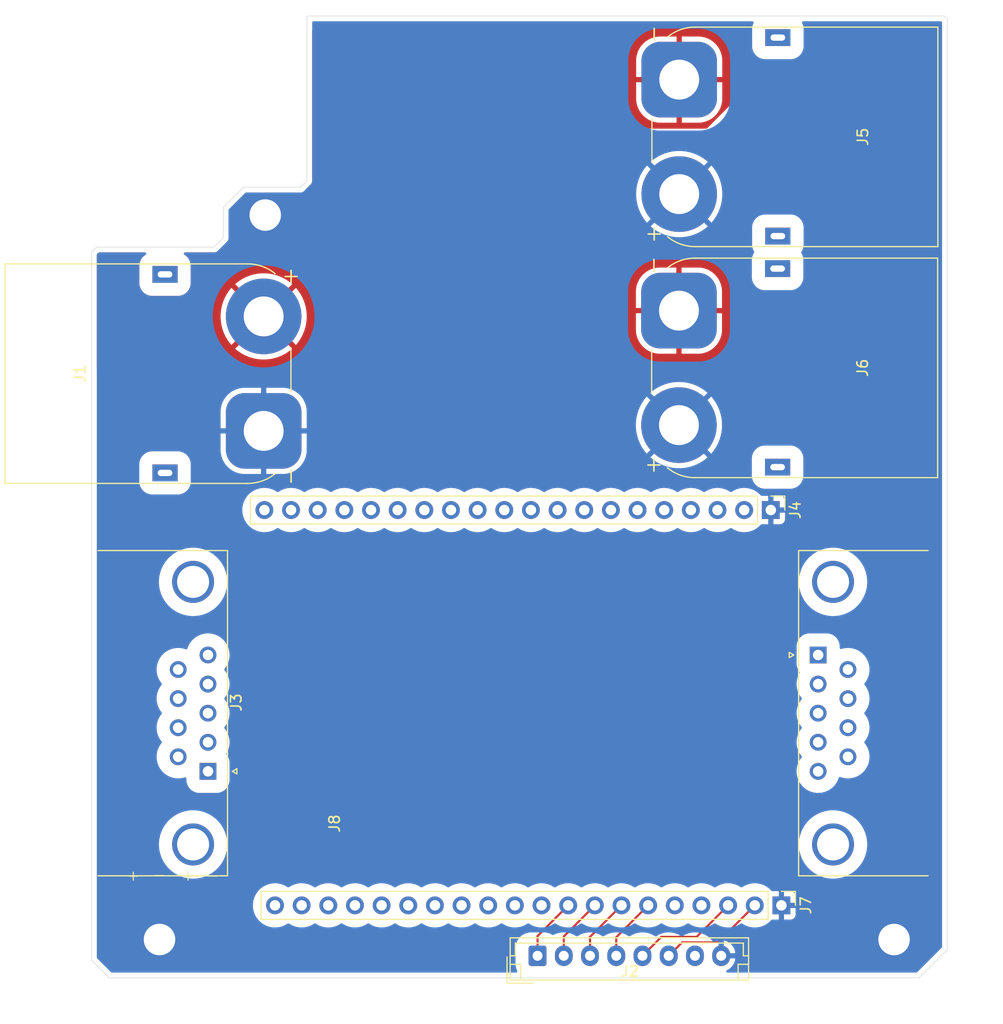
<source format=kicad_pcb>
(kicad_pcb (version 20241229) (generator "pcbnew") (generator_version "9.0")
  (layers (0 "F.Cu" signal) (2 "B.Cu" signal) (13 "F.Paste" user) (15 "B.Paste" user) (5 "F.SilkS" user "F.Silkscreen") (7 "B.SilkS" user "B.Silkscreen") (1 "F.Mask" user) (3 "B.Mask" user) (25 "Edge.Cuts" user))
  (net 0 "")
  (net 1 "GND")
  (net 2 "+24V")
  (net 3 "3V3")
  (net 4 "CAN_RX")
  (net 5 "CAN_TX")
  (net 6 "A3")
  (net 7 "A6")
  (net 8 "A9")
  (net 9 "A10")
  (net 10 "A8")
  (net 11 "A1")
  (net 12 "A7")
  (net 13 "CAN_A_H")
  (net 14 "A5")
  (net 15 "IO12")
  (net 16 "CAN_B_L")
  (net 17 "LED_DOUT")
  (net 18 "VIN")
  (net 19 "A2")
  (net 20 "UART1_TX")
  (net 21 "UART2_RX")
  (net 22 "UART0_TX")
  (net 23 "UART0_RX")
  (net 24 "A4")
  (net 25 "IO47")
  (net 26 "IO48")
  (net 27 "IO40")
  (net 28 "IO45")
  (net 29 "IO37")
  (net 30 "IO39")
  (net 31 "IO41")
  (net 32 "I2C_SDA")
  (net 33 "IO13")
  (net 34 "IO38")
  (net 35 "I2C_SCK")
  (net 36 "IO15")
  (net 37 "IO42")
  (net 38 "IO14")
  (net 39 "IO16")
  (net 40 "IO21")
  (net 41 "+5V")
  (net 42 "CAN_B_H")
  (net 43 "CAN_A_L")
  (footprint "Connector_PinHeader_2.54mm:PinHeader_1x20_P2.54mm_Vertical" (layer "F.Cu") (at 145.24 174.325 -90)
    (property "Reference" "J7" (at 0 -2.33 90) (layer "F.SilkS"))
    (property "Value" "Conn_01x20_Pin" (hide yes))
    (fp_line (start -1.33 49.59) (end 1.33 49.59) (stroke (width 0.12)) (layer "F.SilkS"))
    (fp_line (start -1.33 1.27) (end -1.33 49.59) (stroke (width 0.12)) (layer "F.SilkS"))
    (fp_line (start -1.33 1.27) (end 1.33 1.27) (stroke (width 0.12)) (layer "F.SilkS"))
    (fp_line (start 1.33 1.27) (end 1.33 49.59) (stroke (width 0.12)) (layer "F.SilkS"))
    (fp_line (start -1.33 0) (end -1.33 -1.33) (stroke (width 0.12)) (layer "F.SilkS"))
    (fp_line (start -1.33 -1.33) (end 0 -1.33) (stroke (width 0.12)) (layer "F.SilkS"))
    (pad "1" thru_hole rect (at 0 0 270) (size 1.7 1.7) (drill 1) (layers "*.Cu" "*.Mask") (net 1 "GND"))
    (pad "2" thru_hole oval (at 0 2.54 270) (size 1.7 1.7) (drill 1) (layers "*.Cu" "*.Mask") (net 35 "I2C_SCK"))
    (pad "3" thru_hole oval (at 0 5.08 270) (size 1.7 1.7) (drill 1) (layers "*.Cu" "*.Mask") (net 32 "I2C_SDA"))
    (pad "4" thru_hole oval (at 0 7.62 270) (size 1.7 1.7) (drill 1) (layers "*.Cu" "*.Mask") (net 5 "CAN_TX"))
    (pad "5" thru_hole oval (at 0 10.16 270) (size 1.7 1.7) (drill 1) (layers "*.Cu" "*.Mask") (net 4 "CAN_RX"))
    (pad "6" thru_hole oval (at 0 12.7 270) (size 1.7 1.7) (drill 1) (layers "*.Cu" "*.Mask") (net 36 "IO15"))
    (pad "7" thru_hole oval (at 0 15.24 270) (size 1.7 1.7) (drill 1) (layers "*.Cu" "*.Mask") (net 39 "IO16"))
    (pad "8" thru_hole oval (at 0 17.78 270) (size 1.7 1.7) (drill 1) (layers "*.Cu" "*.Mask") (net 37 "IO42"))
    (pad "9" thru_hole oval (at 0 20.32 270) (size 1.7 1.7) (drill 1) (layers "*.Cu" "*.Mask") (net 31 "IO41"))
    (pad "10" thru_hole oval (at 0 22.86 270) (size 1.7 1.7) (drill 1) (layers "*.Cu" "*.Mask") (net 27 "IO40"))
    (pad "11" thru_hole oval (at 0 25.4 270) (size 1.7 1.7) (drill 1) (layers "*.Cu" "*.Mask") (net 30 "IO39"))
    (pad "12" thru_hole oval (at 0 27.94 270) (size 1.7 1.7) (drill 1) (layers "*.Cu" "*.Mask") (net 34 "IO38"))
    (pad "13" thru_hole oval (at 0 30.48 270) (size 1.7 1.7) (drill 1) (layers "*.Cu" "*.Mask") (net 29 "IO37"))
    (pad "14" thru_hole oval (at 0 33.02 270) (size 1.7 1.7) (drill 1) (layers "*.Cu" "*.Mask") (net 28 "IO45"))
    (pad "15" thru_hole oval (at 0 35.56 270) (size 1.7 1.7) (drill 1) (layers "*.Cu" "*.Mask") (net 26 "IO48"))
    (pad "16" thru_hole oval (at 0 38.1 270) (size 1.7 1.7) (drill 1) (layers "*.Cu" "*.Mask") (net 25 "IO47"))
    (pad "17" thru_hole oval (at 0 40.64 270) (size 1.7 1.7) (drill 1) (layers "*.Cu" "*.Mask") (net 40 "IO21"))
    (pad "18" thru_hole oval (at 0 43.18 270) (size 1.7 1.7) (drill 1) (layers "*.Cu" "*.Mask") (net 38 "IO14"))
    (pad "19" thru_hole oval (at 0 45.72 270) (size 1.7 1.7) (drill 1) (layers "*.Cu" "*.Mask") (net 33 "IO13"))
    (pad "20" thru_hole oval (at 0 48.26 270) (size 1.7 1.7) (drill 1) (layers "*.Cu" "*.Mask") (net 3 "3V3"))
  )
  (footprint "Connector_AMASS:AMASS_XT90PW-M_1x02_P10.90mm_Horizontal" (layer "F.Cu") (at 135.5 95.705 -90)
    (property "Reference" "J5" (at 5.449999 -17.5 90) (layer "F.SilkS"))
    (property "Value" "Conn_01x02_Socket" (hide yes))
    (fp_line (start 3.7 2.6) (end 7.9 2.6) (stroke (width 0.12)) (layer "F.SilkS"))
    (fp_line (start -5 -24.65) (end -5 -1.522958) (stroke (width 0.12)) (layer "F.SilkS"))
    (fp_line (start -5 -24.65) (end 15.9 -24.65) (stroke (width 0.12)) (layer "F.SilkS"))
    (fp_line (start 15.9 -24.65) (end 15.9 -1.522958) (stroke (width 0.12)) (layer "F.SilkS"))
    (fp_arc (start -4.064641 1.1) (mid -4.759165 -0.130585) (end -5 -1.522958) (stroke (width 0.12)) (layer "F.SilkS"))
    (fp_arc (start 15.9 -1.522958) (mid 15.659164 -0.130586) (end 14.964641 1.1) (stroke (width 0.12)) (layer "F.SilkS"))
    (fp_text user "-" (at -4.3 2.5 90) (layer "F.SilkS") (effects (font (size 1.5 1.5))))
    (fp_text user "+" (at 14.7 2.5 90) (layer "F.SilkS") (effects (font (size 1.5 1.5))))
    (pad "1" thru_hole roundrect (at 0 0 270) (size 7.2 7.2) (drill 3.8) (layers "*.Cu" "*.Mask") (net 2 "+24V"))
    (pad "2" thru_hole circle (at 10.899998 0 270) (size 7.2 7.2) (drill 3.8) (layers "*.Cu" "*.Mask") (net 1 "GND"))
    (pad "MP" thru_hole rect (at -4 -9.4 270) (size 1.6 2.4) (drill oval 0.6 1.4) (layers "*.Cu" "*.Mask"))
    (pad "MP" thru_hole rect (at 14.9 -9.4 270) (size 1.6 2.4) (drill oval 0.6 1.4) (layers "*.Cu" "*.Mask"))
  )
  (footprint "THT:A-DF_09_A_KG-T2S" (layer "F.Cu") (at 148.739669 150.485 90)
    (property "Reference" "J8" (at -16.05 -46.084669 270) (layer "F.SilkS"))
    (property "Value" "DE9" (hide yes))
    (fp_line (start 0.25 -2.754338) (end 0 -2.321325) (stroke (width 0.12)) (layer "F.SilkS"))
    (fp_line (start -0.25 -2.754338) (end 0.25 -2.754338) (stroke (width 0.12)) (layer "F.SilkS"))
    (fp_line (start 0 -2.321325) (end -0.25 -2.754338) (stroke (width 0.12)) (layer "F.SilkS"))
    (fp_line (start 9.945 -1.86) (end 9.945 10.48) (stroke (width 0.12)) (layer "F.SilkS"))
    (fp_line (start -21.025 -1.86) (end 9.945 -1.86) (stroke (width 0.12)) (layer "F.SilkS"))
    (fp_line (start -21.025 10.48) (end -21.025 -1.86) (stroke (width 0.12)) (layer "F.SilkS"))
    (pad "0" thru_hole circle (at -18.04 1.42 90) (size 4 4) (drill 3.05) (layers "*.Cu" "*.Mask"))
    (pad "0" thru_hole circle (at 6.96 1.42 90) (size 4 4) (drill 3.05) (layers "*.Cu" "*.Mask"))
    (pad "1" thru_hole rect (at 0 0 90) (size 1.6 1.6) (drill 1) (layers "*.Cu" "*.Mask") (net 16 "CAN_B_L"))
    (pad "2" thru_hole circle (at -2.77 0 90) (size 1.6 1.6) (drill 1) (layers "*.Cu" "*.Mask") (net 43 "CAN_A_L"))
    (pad "3" thru_hole circle (at -5.54 0 90) (size 1.6 1.6) (drill 1) (layers "*.Cu" "*.Mask"))
    (pad "4" thru_hole circle (at -8.31 0 90) (size 1.6 1.6) (drill 1) (layers "*.Cu" "*.Mask"))
    (pad "5" thru_hole circle (at -11.08 0 90) (size 1.6 1.6) (drill 1) (layers "*.Cu" "*.Mask"))
    (pad "6" thru_hole circle (at -1.385 2.84 90) (size 1.6 1.6) (drill 1) (layers "*.Cu" "*.Mask"))
    (pad "7" thru_hole circle (at -4.155 2.84 90) (size 1.6 1.6) (drill 1) (layers "*.Cu" "*.Mask") (net 13 "CAN_A_H"))
    (pad "8" thru_hole circle (at -6.925 2.84 90) (size 1.6 1.6) (drill 1) (layers "*.Cu" "*.Mask") (net 42 "CAN_B_H"))
    (pad "9" thru_hole circle (at -9.695 2.84 90) (size 1.6 1.6) (drill 1) (layers "*.Cu" "*.Mask"))
  )
  (footprint "THT:A-DF_09_A_KG-T2S" (layer "F.Cu") (at 90.595 161.565 -90)
    (property "Reference" "J3" (at -6.555 -2.685 90) (layer "F.SilkS"))
    (property "Value" "DE9" (hide yes))
    (fp_line (start -21.025 10.48) (end -21.025 -1.86) (stroke (width 0.12)) (layer "F.SilkS"))
    (fp_line (start -21.025 -1.86) (end 9.945 -1.86) (stroke (width 0.12)) (layer "F.SilkS"))
    (fp_line (start 9.945 -1.86) (end 9.945 10.48) (stroke (width 0.12)) (layer "F.SilkS"))
    (fp_line (start 0 -2.321325) (end -0.25 -2.754338) (stroke (width 0.12)) (layer "F.SilkS"))
    (fp_line (start -0.25 -2.754338) (end 0.25 -2.754338) (stroke (width 0.12)) (layer "F.SilkS"))
    (fp_line (start 0.25 -2.754338) (end 0 -2.321325) (stroke (width 0.12)) (layer "F.SilkS"))
    (pad "0" thru_hole circle (at -18.04 1.42 270) (size 4 4) (drill 3.05) (layers "*.Cu" "*.Mask"))
    (pad "0" thru_hole circle (at 6.96 1.42 270) (size 4 4) (drill 3.05) (layers "*.Cu" "*.Mask"))
    (pad "1" thru_hole rect (at 0 0 270) (size 1.6 1.6) (drill 1) (layers "*.Cu" "*.Mask") (net 16 "CAN_B_L"))
    (pad "2" thru_hole circle (at -2.77 0 270) (size 1.6 1.6) (drill 1) (layers "*.Cu" "*.Mask") (net 43 "CAN_A_L"))
    (pad "3" thru_hole circle (at -5.54 0 270) (size 1.6 1.6) (drill 1) (layers "*.Cu" "*.Mask"))
    (pad "4" thru_hole circle (at -8.31 0 270) (size 1.6 1.6) (drill 1) (layers "*.Cu" "*.Mask"))
    (pad "5" thru_hole circle (at -11.08 0 270) (size 1.6 1.6) (drill 1) (layers "*.Cu" "*.Mask"))
    (pad "6" thru_hole circle (at -1.385 2.84 270) (size 1.6 1.6) (drill 1) (layers "*.Cu" "*.Mask"))
    (pad "7" thru_hole circle (at -4.155 2.84 270) (size 1.6 1.6) (drill 1) (layers "*.Cu" "*.Mask") (net 13 "CAN_A_H"))
    (pad "8" thru_hole circle (at -6.925 2.84 270) (size 1.6 1.6) (drill 1) (layers "*.Cu" "*.Mask") (net 42 "CAN_B_H"))
    (pad "9" thru_hole circle (at -9.695 2.84 270) (size 1.6 1.6) (drill 1) (layers "*.Cu" "*.Mask"))
  )
  (footprint "Connector_AMASS:AMASS_XT90PW-M_1x02_P10.90mm_Horizontal" (layer "F.Cu") (at 135.475 117.7 -90)
    (property "Reference" "J6" (at 5.449999 -17.5 90) (layer "F.SilkS"))
    (property "Value" "Conn_01x02_Socket" (hide yes))
    (fp_line (start 3.7 2.6) (end 7.9 2.6) (stroke (width 0.12)) (layer "F.SilkS"))
    (fp_line (start -5 -24.65) (end -5 -1.522958) (stroke (width 0.12)) (layer "F.SilkS"))
    (fp_line (start -5 -24.65) (end 15.9 -24.65) (stroke (width 0.12)) (layer "F.SilkS"))
    (fp_line (start 15.9 -24.65) (end 15.9 -1.522958) (stroke (width 0.12)) (layer "F.SilkS"))
    (fp_arc (start -4.064641 1.1) (mid -4.759165 -0.130585) (end -5 -1.522958) (stroke (width 0.12)) (layer "F.SilkS"))
    (fp_arc (start 15.9 -1.522958) (mid 15.659164 -0.130586) (end 14.964641 1.1) (stroke (width 0.12)) (layer "F.SilkS"))
    (fp_text user "-" (at -4.3 2.5 90) (layer "F.SilkS") (effects (font (size 1.5 1.5))))
    (fp_text user "+" (at 14.7 2.5 90) (layer "F.SilkS") (effects (font (size 1.5 1.5))))
    (pad "1" thru_hole roundrect (at 0 0 270) (size 7.2 7.2) (drill 3.8) (layers "*.Cu" "*.Mask") (net 2 "+24V"))
    (pad "2" thru_hole circle (at 10.899998 0 270) (size 7.2 7.2) (drill 3.8) (layers "*.Cu" "*.Mask") (net 1 "GND"))
    (pad "MP" thru_hole rect (at -4 -9.4 270) (size 1.6 2.4) (drill oval 0.6 1.4) (layers "*.Cu" "*.Mask"))
    (pad "MP" thru_hole rect (at 14.9 -9.4 270) (size 1.6 2.4) (drill oval 0.6 1.4) (layers "*.Cu" "*.Mask"))
  )
  (footprint "Connector_PinHeader_2.54mm:PinHeader_1x20_P2.54mm_Vertical" (layer "F.Cu") (at 144.23 136.685 -90)
    (property "Reference" "J4" (at 0 -2.33 90) (layer "F.SilkS"))
    (property "Value" "Conn_01x20_Pin" (hide yes))
    (fp_line (start -1.33 49.59) (end 1.33 49.59) (stroke (width 0.12)) (layer "F.SilkS"))
    (fp_line (start -1.33 1.27) (end -1.33 49.59) (stroke (width 0.12)) (layer "F.SilkS"))
    (fp_line (start -1.33 1.27) (end 1.33 1.27) (stroke (width 0.12)) (layer "F.SilkS"))
    (fp_line (start 1.33 1.27) (end 1.33 49.59) (stroke (width 0.12)) (layer "F.SilkS"))
    (fp_line (start -1.33 0) (end -1.33 -1.33) (stroke (width 0.12)) (layer "F.SilkS"))
    (fp_line (start -1.33 -1.33) (end 0 -1.33) (stroke (width 0.12)) (layer "F.SilkS"))
    (pad "1" thru_hole rect (at 0 0 270) (size 1.7 1.7) (drill 1) (layers "*.Cu" "*.Mask") (net 1 "GND"))
    (pad "2" thru_hole oval (at 0 2.54 270) (size 1.7 1.7) (drill 1) (layers "*.Cu" "*.Mask") (net 15 "IO12"))
    (pad "3" thru_hole oval (at 0 5.08 270) (size 1.7 1.7) (drill 1) (layers "*.Cu" "*.Mask") (net 9 "A10"))
    (pad "4" thru_hole oval (at 0 7.62 270) (size 1.7 1.7) (drill 1) (layers "*.Cu" "*.Mask") (net 8 "A9"))
    (pad "5" thru_hole oval (at 0 10.16 270) (size 1.7 1.7) (drill 1) (layers "*.Cu" "*.Mask") (net 10 "A8"))
    (pad "6" thru_hole oval (at 0 12.7 270) (size 1.7 1.7) (drill 1) (layers "*.Cu" "*.Mask") (net 12 "A7"))
    (pad "7" thru_hole oval (at 0 15.24 270) (size 1.7 1.7) (drill 1) (layers "*.Cu" "*.Mask") (net 7 "A6"))
    (pad "8" thru_hole oval (at 0 17.78 270) (size 1.7 1.7) (drill 1) (layers "*.Cu" "*.Mask") (net 14 "A5"))
    (pad "9" thru_hole oval (at 0 20.32 270) (size 1.7 1.7) (drill 1) (layers "*.Cu" "*.Mask") (net 24 "A4"))
    (pad "10" thru_hole oval (at 0 22.86 270) (size 1.7 1.7) (drill 1) (layers "*.Cu" "*.Mask") (net 6 "A3"))
    (pad "11" thru_hole oval (at 0 25.4 270) (size 1.7 1.7) (drill 1) (layers "*.Cu" "*.Mask") (net 19 "A2"))
    (pad "12" thru_hole oval (at 0 27.94 270) (size 1.7 1.7) (drill 1) (layers "*.Cu" "*.Mask") (net 11 "A1"))
    (pad "13" thru_hole oval (at 0 30.48 270) (size 1.7 1.7) (drill 1) (layers "*.Cu" "*.Mask") (net 43 "CAN_A_L"))
    (pad "14" thru_hole oval (at 0 33.02 270) (size 1.7 1.7) (drill 1) (layers "*.Cu" "*.Mask") (net 13 "CAN_A_H"))
    (pad "15" thru_hole oval (at 0 35.56 270) (size 1.7 1.7) (drill 1) (layers "*.Cu" "*.Mask") (net 21 "UART2_RX"))
    (pad "16" thru_hole oval (at 0 38.1 270) (size 1.7 1.7) (drill 1) (layers "*.Cu" "*.Mask") (net 20 "UART1_TX"))
    (pad "17" thru_hole oval (at 0 40.64 270) (size 1.7 1.7) (drill 1) (layers "*.Cu" "*.Mask") (net 23 "UART0_RX"))
    (pad "18" thru_hole oval (at 0 43.18 270) (size 1.7 1.7) (drill 1) (layers "*.Cu" "*.Mask") (net 22 "UART0_TX"))
    (pad "19" thru_hole oval (at 0 45.72 270) (size 1.7 1.7) (drill 1) (layers "*.Cu" "*.Mask") (net 17 "LED_DOUT"))
    (pad "20" thru_hole oval (at 0 48.26 270) (size 1.7 1.7) (drill 1) (layers "*.Cu" "*.Mask") (net 18 "VIN"))
  )
  (footprint "Connector_AMASS:AMASS_XT90PW-M_1x02_P10.90mm_Horizontal" (layer "F.Cu") (at 95.9 129.15 90)
    (property "Reference" "J1" (at 5.449999 -17.5 90) (layer "F.SilkS"))
    (property "Value" "Conn_01x02_Socket" (hide yes))
    (fp_line (start 15.9 -24.65) (end 15.9 -1.522958) (stroke (width 0.12)) (layer "F.SilkS"))
    (fp_line (start -5 -24.65) (end 15.9 -24.65) (stroke (width 0.12)) (layer "F.SilkS"))
    (fp_line (start -5 -24.65) (end -5 -1.522958) (stroke (width 0.12)) (layer "F.SilkS"))
    (fp_line (start 3.7 2.6) (end 7.9 2.6) (stroke (width 0.12)) (layer "F.SilkS"))
    (fp_arc (start 15.9 -1.522958) (mid 15.659164 -0.130586) (end 14.964641 1.1) (stroke (width 0.12)) (layer "F.SilkS"))
    (fp_arc (start -4.064641 1.1) (mid -4.759165 -0.130585) (end -5 -1.522958) (stroke (width 0.12)) (layer "F.SilkS"))
    (fp_text user "-" (at -4.3 2.5 90) (layer "F.SilkS") (effects (font (size 1.5 1.5))))
    (fp_text user "+" (at 14.7 2.5 90) (layer "F.SilkS") (effects (font (size 1.5 1.5))))
    (pad "1" thru_hole roundrect (at 0 0 90) (size 7.2 7.2) (drill 3.8) (layers "*.Cu" "*.Mask") (net 1 "GND"))
    (pad "2" thru_hole circle (at 10.899998 0 90) (size 7.2 7.2) (drill 3.8) (layers "*.Cu" "*.Mask") (net 2 "+24V"))
    (pad "MP" thru_hole rect (at -4 -9.4 90) (size 1.6 2.4) (drill oval 0.6 1.4) (layers "*.Cu" "*.Mask"))
    (pad "MP" thru_hole rect (at 14.9 -9.4 90) (size 1.6 2.4) (drill oval 0.6 1.4) (layers "*.Cu" "*.Mask"))
  )
  (footprint "Connector_JST:JST_EH_B8B-EH-A_1x08_P2.50mm_Vertical" (layer "F.Cu") (at 122 179.125)
    (property "Reference" "J2" (at 8.8 1.48 0) (layer "F.SilkS"))
    (property "Value" "Conn_01x08_Socket" (hide yes))
    (fp_line (start -2.91 0.11) (end -2.91 2.61) (stroke (width 0.12)) (layer "F.SilkS"))
    (fp_line (start -2.91 2.61) (end -0.41 2.61) (stroke (width 0.12)) (layer "F.SilkS"))
    (fp_line (start -2.61 -1.71) (end -2.61 2.31) (stroke (width 0.12)) (layer "F.SilkS"))
    (fp_line (start -2.61 0) (end -2.11 0) (stroke (width 0.12)) (layer "F.SilkS"))
    (fp_line (start -2.61 0.81) (end -1.61 0.81) (stroke (width 0.12)) (layer "F.SilkS"))
    (fp_line (start -2.61 2.31) (end 20.11 2.31) (stroke (width 0.12)) (layer "F.SilkS"))
    (fp_line (start -2.11 -1.21) (end 19.61 -1.21) (stroke (width 0.12)) (layer "F.SilkS"))
    (fp_line (start -2.11 0) (end -2.11 -1.21) (stroke (width 0.12)) (layer "F.SilkS"))
    (fp_line (start -1.61 0.81) (end -1.61 2.31) (stroke (width 0.12)) (layer "F.SilkS"))
    (fp_line (start 19.11 0.81) (end 19.11 2.31) (stroke (width 0.12)) (layer "F.SilkS"))
    (fp_line (start 19.61 -1.21) (end 19.61 0) (stroke (width 0.12)) (layer "F.SilkS"))
    (fp_line (start 19.61 0) (end 20.11 0) (stroke (width 0.12)) (layer "F.SilkS"))
    (fp_line (start 20.11 -1.71) (end -2.61 -1.71) (stroke (width 0.12)) (layer "F.SilkS"))
    (fp_line (start 20.11 0.81) (end 19.11 0.81) (stroke (width 0.12)) (layer "F.SilkS"))
    (fp_line (start 20.11 2.31) (end 20.11 -1.71) (stroke (width 0.12)) (layer "F.SilkS"))
    (pad "1" thru_hole roundrect (at 0 0) (size 1.7 1.95) (drill 0.95) (layers "*.Cu" "*.Mask") (roundrect_rratio 0.147059) (net 31 "IO41"))
    (pad "2" thru_hole oval (at 2.5 0) (size 1.7 1.95) (drill 0.95) (layers "*.Cu" "*.Mask") (net 37 "IO42"))
    (pad "3" thru_hole oval (at 5 0) (size 1.7 1.95) (drill 0.95) (layers "*.Cu" "*.Mask") (net 39 "IO16"))
    (pad "4" thru_hole oval (at 7.5 0) (size 1.7 1.95) (drill 0.95) (layers "*.Cu" "*.Mask") (net 36 "IO15"))
    (pad "5" thru_hole oval (at 10 0) (size 1.7 1.95) (drill 0.95) (layers "*.Cu" "*.Mask") (net 32 "I2C_SDA"))
    (pad "6" thru_hole oval (at 12.5 0) (size 1.7 1.95) (drill 0.95) (layers "*.Cu" "*.Mask") (net 35 "I2C_SCK"))
    (pad "7" thru_hole oval (at 15 0) (size 1.7 1.95) (drill 0.95) (layers "*.Cu" "*.Mask") (net 41 "+5V"))
    (pad "8" thru_hole oval (at 17.5 0) (size 1.7 1.95) (drill 0.95) (layers "*.Cu" "*.Mask") (net 1 "GND"))
  )
  (gr_line (start 79.5 112.125) (end 79.5 179.55) (stroke (width 0.05)) (layer "Edge.Cuts"))
  (gr_line (start 100.025 105.325) (end 99.4 105.95) (stroke (width 0.05)) (layer "Edge.Cuts"))
  (gr_line (start 92.05 107.875) (end 92.05 110.775) (stroke (width 0.05)) (layer "Edge.Cuts"))
  (gr_line (start 161.05 89.925) (end 160.775 89.65) (stroke (width 0.05)) (layer "Edge.Cuts"))
  (gr_line (start 161.05 178.525) (end 161.05 89.925) (stroke (width 0.05)) (layer "Edge.Cuts"))
  (gr_line (start 81.175 181.225) (end 158.4 181.225) (stroke (width 0.05)) (layer "Edge.Cuts"))
  (gr_line (start 93.975 105.95) (end 92.05 107.875) (stroke (width 0.05)) (layer "Edge.Cuts"))
  (gr_line (start 91.175 111.65) (end 92.05 110.775) (stroke (width 0.05)) (layer "Edge.Cuts"))
  (gr_line (start 79.975 111.65) (end 79.5 112.125) (stroke (width 0.05)) (layer "Edge.Cuts"))
  (gr_line (start 160.775 89.65) (end 100.025 89.65) (stroke (width 0.05)) (layer "Edge.Cuts"))
  (gr_line (start 158.4 181.175) (end 158.4 181.225) (stroke (width 0.05)) (layer "Edge.Cuts"))
  (gr_line (start 99.4 105.95) (end 93.975 105.95) (stroke (width 0.05)) (layer "Edge.Cuts"))
  (gr_line (start 100.025 89.65) (end 100.025 105.325) (stroke (width 0.05)) (layer "Edge.Cuts"))
  (gr_line (start 79.5 179.55) (end 81.175 181.225) (stroke (width 0.05)) (layer "Edge.Cuts"))
  (gr_line (start 91.175 111.65) (end 79.975 111.65) (stroke (width 0.05)) (layer "Edge.Cuts"))
  (gr_line (start 158.4 181.175) (end 161.05 178.525) (stroke (width 0.05)) (layer "Edge.Cuts"))
  (gr_text "+\n" (at 89.380331 171.04 180) (layer "F.SilkS") (effects (font (size 1 1) (thickness 0.1)) (justify left bottom)))
  (gr_text "+\n" (at 84.160331 171.04 180) (layer "F.SilkS") (effects (font (size 1 1) (thickness 0.1)) (justify left bottom)))
  (gr_text "-" (at 91.740331 171.03 180) (layer "F.SilkS") (effects (font (size 1 1) (thickness 0.1)) (justify left bottom)))
  (gr_text "-" (at 86.660331 170.97 180) (layer "F.SilkS") (effects (font (size 1 1) (thickness 0.1)) (justify left bottom)))
  (via (at 85.975 177.575) (size 4) (drill 3) (layers "F.Cu" "B.Cu") (net 1))
  (via (at 96.05 108.6) (size 4) (drill 3) (layers "F.Cu" "B.Cu") (net 1))
  (via (at 155.975 177.575) (size 4) (drill 3) (layers "F.Cu" "B.Cu") (net 1))
  (segment (start 122 177.245) (end 124.92 174.325) (width 0.2) (layer "F.Cu") (net 31))
  (segment (start 122 179.125) (end 122 177.245) (width 0.2) (layer "F.Cu") (net 31))
  (segment (start 132 179.125) (end 133.8 177.325) (width 0.2) (layer "F.Cu") (net 32))
  (segment (start 137.16 177.325) (end 140.16 174.325) (width 0.2) (layer "F.Cu") (net 32))
  (segment (start 133.8 177.325) (end 137.16 177.325) (width 0.2) (layer "F.Cu") (net 32))
  (segment (start 134.5 179.125) (end 135.776 177.849) (width 0.2) (layer "F.Cu") (net 35))
  (segment (start 139.176 177.849) (end 142.7 174.325) (width 0.2) (layer "F.Cu") (net 35))
  (segment (start 135.776 177.849) (end 139.176 177.849) (width 0.2) (layer "F.Cu") (net 35))
  (segment (start 129.5 177.365) (end 132.54 174.325) (width 0.2) (layer "F.Cu") (net 36))
  (segment (start 129.5 179.125) (end 129.5 177.365) (width 0.2) (layer "F.Cu") (net 36))
  (segment (start 124.5 179.125) (end 124.5 177.285) (width 0.2) (layer "F.Cu") (net 37))
  (segment (start 124.5 177.285) (end 127.46 174.325) (width 0.2) (layer "F.Cu") (net 37))
  (segment (start 127 177.325) (end 130 174.325) (width 0.2) (layer "F.Cu") (net 39))
  (segment (start 127 179.125) (end 127 177.325) (width 0.2) (layer "F.Cu") (net 39))
  (zone (net 2) (net_name "+24V") (layer "F.Cu") (connect_pads (clearance 1.25)) (min_thickness 0.25) (fill yes (thermal_gap 0.5) (thermal_bridge_width 0.5))
    (polygon (pts (xy 79.5 113.3) (xy 79.55 122.775) (xy 80.375 123.6) (xy 139.725 123.6) (xy 141.575 121.75) (xy 141.575 113.975) (xy 139.725 112.125) (xy 130.225 112.125) (xy 128.925 110.825) (xy 128.925 100.525) (xy 129.075 100.375) (xy 138.125 100.375) (xy 140.4 98.1) (xy 140.4 92.625) (xy 138.475 90.7) (xy 100.85 90.7) (xy 99.9 91.65) (xy 99.9 111.55) (xy 99.325 112.125) (xy 79.55 112.125)))
  )
  (zone (net 1) (net_name "GND") (layer "B.Cu") (priority 1) (connect_pads (clearance 1.25)) (min_thickness 0.25) (fill yes (thermal_gap 0.5) (thermal_bridge_width 0.5))
    (polygon (pts (xy 162.2 88.125) (xy 165.075 91) (xy 165.075 183.175) (xy 162.625 185.625) (xy 75.55 185.625) (xy 71.375 181.45) (xy 71.375 90.125) (xy 73.375 88.125)))
  )
)
</source>
